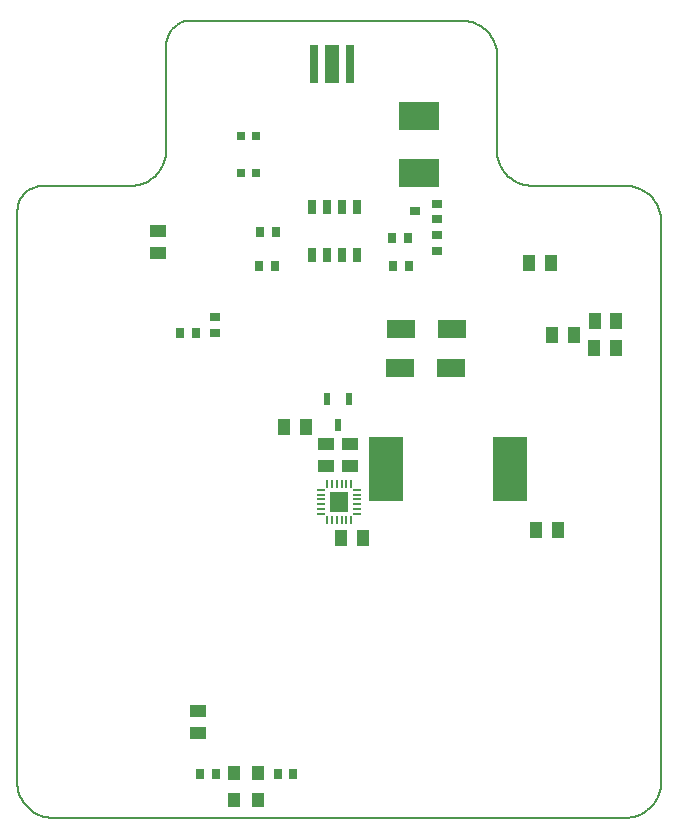
<source format=gtp>
G04*
G04 #@! TF.GenerationSoftware,Altium Limited,Altium Designer,22.4.2 (48)*
G04*
G04 Layer_Color=8421504*
%FSLAX44Y44*%
%MOMM*%
G71*
G04*
G04 #@! TF.SameCoordinates,AE55E6FE-B37C-48CA-A5CC-AE0976963D19*
G04*
G04*
G04 #@! TF.FilePolarity,Positive*
G04*
G01*
G75*
%ADD19C,0.2032*%
%ADD20R,1.0000X1.4000*%
%ADD21R,3.0000X5.4000*%
%ADD22R,1.4000X1.0000*%
%ADD23R,0.7500X0.2000*%
%ADD24R,0.2000X0.7500*%
%ADD25R,1.5900X1.7500*%
%ADD26R,0.8000X0.8000*%
%ADD27R,0.8000X0.9500*%
%ADD28R,0.9500X0.8000*%
%ADD29R,3.4000X2.4000*%
%ADD30R,0.9000X0.7000*%
%ADD31R,0.7000X3.3000*%
%ADD32R,1.3000X3.3000*%
%ADD33R,0.7600X1.2700*%
%ADD34R,2.3500X1.5500*%
%ADD35R,1.1000X1.2500*%
%ADD36R,0.6000X1.0500*%
D19*
X406086Y565073D02*
X406189Y562589D01*
X406496Y560122D01*
X407006Y557689D01*
X407716Y555307D01*
X408619Y552991D01*
X409711Y550757D01*
X410984Y548622D01*
X412428Y546599D01*
X414035Y544702D01*
X415793Y542944D01*
X417690Y541337D01*
X419713Y539893D01*
X421848Y538620D01*
X424082Y537528D01*
X426398Y536625D01*
X428780Y535915D01*
X431213Y535405D01*
X433680Y535098D01*
X436164Y534995D01*
X406086Y644998D02*
X405983Y647476D01*
X405676Y649936D01*
X405167Y652363D01*
X404460Y654740D01*
X403558Y657050D01*
X402469Y659278D01*
X401200Y661408D01*
X399759Y663426D01*
X398156Y665319D01*
X396403Y667072D01*
X394510Y668675D01*
X392492Y670116D01*
X390362Y671385D01*
X388134Y672474D01*
X385824Y673376D01*
X383447Y674083D01*
X381020Y674592D01*
X378560Y674899D01*
X376082Y675001D01*
X514984Y1D02*
X517463Y103D01*
X519925Y410D01*
X522353Y919D01*
X524731Y1627D01*
X527043Y2529D01*
X529271Y3619D01*
X531403Y4889D01*
X533422Y6330D01*
X535315Y7934D01*
X537070Y9688D01*
X538673Y11581D01*
X540115Y13600D01*
X541385Y15732D01*
X542474Y17961D01*
X543376Y20272D01*
X544084Y22650D01*
X544593Y25078D01*
X544900Y27540D01*
X545003Y30019D01*
X545003Y504993D02*
X544900Y507470D01*
X544593Y509931D01*
X544085Y512358D01*
X543377Y514734D01*
X542476Y517044D01*
X541386Y519272D01*
X540117Y521402D01*
X538676Y523420D01*
X537074Y525313D01*
X535320Y527066D01*
X533428Y528669D01*
X531410Y530109D01*
X529280Y531379D01*
X527052Y532468D01*
X524742Y533369D01*
X522366Y534077D01*
X519939Y534586D01*
X517478Y534892D01*
X515000Y534995D01*
X147201Y675001D02*
X144643Y674847D01*
X142123Y674385D01*
X139678Y673623D01*
X137341Y672571D01*
X135149Y671246D01*
X133132Y669666D01*
X131321Y667855D01*
X129741Y665838D01*
X128415Y663645D01*
X127364Y661309D01*
X126602Y658863D01*
X126140Y656343D01*
X125985Y653786D01*
X95967Y534995D02*
X98446Y535097D01*
X100907Y535404D01*
X103336Y535913D01*
X105714Y536621D01*
X108025Y537523D01*
X110254Y538613D01*
X112385Y539883D01*
X114404Y541325D01*
X116298Y542928D01*
X118052Y544682D01*
X119655Y546576D01*
X121097Y548595D01*
X122367Y550726D01*
X123457Y552955D01*
X124359Y555266D01*
X125066Y557644D01*
X125576Y560072D01*
X125883Y562534D01*
X125985Y565013D01*
X2Y30039D02*
X105Y27558D01*
X412Y25094D01*
X922Y22665D01*
X1630Y20285D01*
X2532Y17973D01*
X3623Y15742D01*
X4894Y13609D01*
X6336Y11589D01*
X7941Y9694D01*
X9696Y7939D01*
X11591Y6334D01*
X13611Y4892D01*
X15744Y3621D01*
X17974Y2531D01*
X20287Y1628D01*
X22666Y920D01*
X25096Y410D01*
X27560Y103D01*
X30040Y1D01*
X21261Y534995D02*
X18699Y534840D01*
X16173Y534377D01*
X13723Y533613D01*
X11382Y532560D01*
X9185Y531232D01*
X7164Y529648D01*
X5349Y527833D01*
X3765Y525812D01*
X2437Y523615D01*
X1384Y521275D01*
X620Y518824D01*
X157Y516299D01*
X2Y513736D01*
X406086Y644997D02*
X406086Y565073D01*
X147201Y675001D02*
X376082D01*
X545003Y30019D02*
Y504992D01*
X436164Y534995D02*
X515000D01*
X125985Y565013D02*
X125985Y653786D01*
X21261Y534995D02*
X95967D01*
X30040Y1D02*
X514984D01*
X2Y30039D02*
Y513736D01*
D20*
X226173Y330682D02*
D03*
X244674D02*
D03*
X507206Y420307D02*
D03*
X488706D02*
D03*
X506839Y397548D02*
D03*
X488339D02*
D03*
X452549Y408744D02*
D03*
X471049D02*
D03*
X457402Y243418D02*
D03*
X438902D02*
D03*
X433539Y469520D02*
D03*
X452039D02*
D03*
X292714Y236510D02*
D03*
X274214D02*
D03*
D21*
X416858Y295567D02*
D03*
X311858D02*
D03*
D22*
X153084Y90229D02*
D03*
Y71729D02*
D03*
X281542Y316211D02*
D03*
Y297711D02*
D03*
X119398Y496908D02*
D03*
Y478408D02*
D03*
X261207Y316418D02*
D03*
Y297918D02*
D03*
D23*
X257500Y277500D02*
D03*
Y273500D02*
D03*
Y269500D02*
D03*
Y265500D02*
D03*
Y261500D02*
D03*
Y257500D02*
D03*
X287500D02*
D03*
Y261500D02*
D03*
Y265500D02*
D03*
Y269500D02*
D03*
Y273500D02*
D03*
Y277500D02*
D03*
D24*
X262500Y252500D02*
D03*
X266500D02*
D03*
X270500D02*
D03*
X274500D02*
D03*
X278500D02*
D03*
X282500D02*
D03*
Y282500D02*
D03*
X278500D02*
D03*
X274500D02*
D03*
X270500D02*
D03*
X266500D02*
D03*
X262500D02*
D03*
D25*
X272500Y267500D02*
D03*
D26*
X202219Y577180D02*
D03*
X189219D02*
D03*
Y546180D02*
D03*
X202219D02*
D03*
D27*
X151101Y410185D02*
D03*
X137601D02*
D03*
X317443Y490987D02*
D03*
X330943D02*
D03*
X218820Y496255D02*
D03*
X205320D02*
D03*
X318321Y467283D02*
D03*
X331821D02*
D03*
X218193Y467409D02*
D03*
X204693D02*
D03*
X168470Y36885D02*
D03*
X154970D02*
D03*
X220299Y37487D02*
D03*
X233799D02*
D03*
D28*
X167722Y424319D02*
D03*
Y410820D02*
D03*
X355437Y479908D02*
D03*
Y493408D02*
D03*
D29*
X340365Y593873D02*
D03*
Y545873D02*
D03*
D30*
X355398Y520035D02*
D03*
Y507035D02*
D03*
X336398Y513535D02*
D03*
D31*
X281246Y638187D02*
D03*
X251246D02*
D03*
D32*
X266246D02*
D03*
D33*
X287293Y517450D02*
D03*
X274593D02*
D03*
X261893D02*
D03*
X249193D02*
D03*
Y476450D02*
D03*
X261893D02*
D03*
X274593D02*
D03*
X287293D02*
D03*
D34*
X323905Y381018D02*
D03*
X366905D02*
D03*
X324827Y413869D02*
D03*
X367827D02*
D03*
D35*
X183470Y14787D02*
D03*
Y38287D02*
D03*
X203470Y14787D02*
D03*
Y38287D02*
D03*
D36*
X271348Y332714D02*
D03*
X261848Y354714D02*
D03*
X280848D02*
D03*
M02*

</source>
